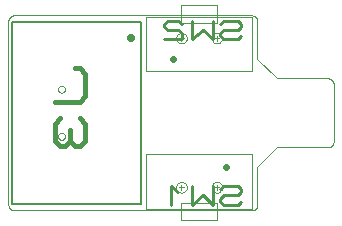
<source format=gbr>
G04 PROTEUS RS274X GERBER FILE*
%FSLAX45Y45*%
%MOMM*%
G01*
%ADD29C,0.025400*%
%ADD30C,0.127000*%
%ADD61C,0.640000*%
%ADD62C,0.421330*%
%ADD63C,0.600000*%
%ADD64C,0.262590*%
D29*
X-116600Y-200000D02*
X-116703Y-197511D01*
X-117545Y-192531D01*
X-119305Y-187551D01*
X-122182Y-182571D01*
X-126583Y-177655D01*
X-131563Y-174041D01*
X-136543Y-171736D01*
X-141523Y-170433D01*
X-146503Y-170000D01*
X-146600Y-170000D01*
X-176600Y-200000D02*
X-176497Y-197511D01*
X-175655Y-192531D01*
X-173895Y-187551D01*
X-171018Y-182571D01*
X-166617Y-177655D01*
X-161637Y-174041D01*
X-156657Y-171736D01*
X-151677Y-170433D01*
X-146697Y-170000D01*
X-146600Y-170000D01*
X-176600Y-200000D02*
X-176497Y-202489D01*
X-175655Y-207469D01*
X-173895Y-212449D01*
X-171018Y-217429D01*
X-166617Y-222345D01*
X-161637Y-225959D01*
X-156657Y-228264D01*
X-151677Y-229567D01*
X-146697Y-230000D01*
X-146600Y-230000D01*
X-116600Y-200000D02*
X-116703Y-202489D01*
X-117545Y-207469D01*
X-119305Y-212449D01*
X-122182Y-217429D01*
X-126583Y-222345D01*
X-131563Y-225959D01*
X-136543Y-228264D01*
X-141523Y-229567D01*
X-146503Y-230000D01*
X-146600Y-230000D01*
X-116600Y+200000D02*
X-116703Y+202489D01*
X-117545Y+207469D01*
X-119305Y+212449D01*
X-122182Y+217429D01*
X-126583Y+222345D01*
X-131563Y+225959D01*
X-136543Y+228264D01*
X-141523Y+229567D01*
X-146503Y+230000D01*
X-146600Y+230000D01*
X-176600Y+200000D02*
X-176497Y+202489D01*
X-175655Y+207469D01*
X-173895Y+212449D01*
X-171018Y+217429D01*
X-166617Y+222345D01*
X-161637Y+225959D01*
X-156657Y+228264D01*
X-151677Y+229567D01*
X-146697Y+230000D01*
X-146600Y+230000D01*
X-176600Y+200000D02*
X-176497Y+197511D01*
X-175655Y+192531D01*
X-173895Y+187551D01*
X-171018Y+182571D01*
X-166617Y+177655D01*
X-161637Y+174041D01*
X-156657Y+171736D01*
X-151677Y+170433D01*
X-146697Y+170000D01*
X-146600Y+170000D01*
X-116600Y+200000D02*
X-116703Y+197511D01*
X-117545Y+192531D01*
X-119305Y+187551D01*
X-122182Y+182571D01*
X-126583Y+177655D01*
X-131563Y+174041D01*
X-136543Y+171736D01*
X-141523Y+170433D01*
X-146503Y+170000D01*
X-146600Y+170000D01*
D30*
X-567690Y-768350D02*
X+524500Y-768350D01*
X+524500Y+768350D01*
X-567690Y+768350D01*
X-567690Y-768350D01*
D61*
X+444500Y+635000D02*
X+444500Y+635000D01*
D62*
X-35461Y+379200D02*
X+6672Y+379200D01*
X+48806Y+331800D01*
X+48806Y+142200D01*
X+6672Y+94800D01*
X-203995Y+94800D01*
X-161861Y-47400D02*
X-203995Y-94800D01*
X-203995Y-237000D01*
X-161861Y-284400D01*
X-119728Y-284400D01*
X-77595Y-237000D01*
X-35461Y-284400D01*
X+6672Y-284400D01*
X+48806Y-237000D01*
X+48806Y-94800D01*
X+6672Y-47400D01*
X-77595Y-142200D02*
X-77595Y-237000D01*
D29*
X-596900Y-774700D02*
X-596900Y+774700D01*
X-546100Y+825500D02*
X+1460500Y+825500D01*
X-596900Y+774700D02*
X-592981Y+794693D01*
X-582216Y+810816D01*
X-566093Y+821581D01*
X-546100Y+825500D01*
X-546100Y-825500D02*
X-566093Y-821581D01*
X-582216Y-810816D01*
X-592981Y-794693D01*
X-596900Y-774700D01*
X-546100Y-825500D02*
X+1460500Y-825500D01*
X+1214300Y-631600D02*
X+1214145Y-627873D01*
X+1212889Y-620418D01*
X+1210259Y-612963D01*
X+1205963Y-605508D01*
X+1199393Y-598142D01*
X+1191938Y-592709D01*
X+1184483Y-589239D01*
X+1177028Y-587269D01*
X+1169573Y-586601D01*
X+1169300Y-586600D01*
X+1124300Y-631600D02*
X+1124455Y-627873D01*
X+1125711Y-620418D01*
X+1128341Y-612963D01*
X+1132637Y-605508D01*
X+1139207Y-598142D01*
X+1146662Y-592709D01*
X+1154117Y-589239D01*
X+1161572Y-587269D01*
X+1169027Y-586601D01*
X+1169300Y-586600D01*
X+1124300Y-631600D02*
X+1124455Y-635327D01*
X+1125711Y-642782D01*
X+1128341Y-650237D01*
X+1132637Y-657692D01*
X+1139207Y-665058D01*
X+1146662Y-670491D01*
X+1154117Y-673961D01*
X+1161572Y-675931D01*
X+1169027Y-676599D01*
X+1169300Y-676600D01*
X+1214300Y-631600D02*
X+1214145Y-635327D01*
X+1212889Y-642782D01*
X+1210259Y-650237D01*
X+1205963Y-657692D01*
X+1199393Y-665058D01*
X+1191938Y-670491D01*
X+1184483Y-673961D01*
X+1177028Y-675931D01*
X+1169573Y-676599D01*
X+1169300Y-676600D01*
X+914300Y-631600D02*
X+914145Y-627873D01*
X+912889Y-620418D01*
X+910259Y-612963D01*
X+905963Y-605508D01*
X+899393Y-598142D01*
X+891938Y-592709D01*
X+884483Y-589239D01*
X+877028Y-587269D01*
X+869573Y-586601D01*
X+869300Y-586600D01*
X+824300Y-631600D02*
X+824455Y-627873D01*
X+825711Y-620418D01*
X+828341Y-612963D01*
X+832637Y-605508D01*
X+839207Y-598142D01*
X+846662Y-592709D01*
X+854117Y-589239D01*
X+861572Y-587269D01*
X+869027Y-586601D01*
X+869300Y-586600D01*
X+824300Y-631600D02*
X+824455Y-635327D01*
X+825711Y-642782D01*
X+828341Y-650237D01*
X+832637Y-657692D01*
X+839207Y-665058D01*
X+846662Y-670491D01*
X+854117Y-673961D01*
X+861572Y-675931D01*
X+869027Y-676599D01*
X+869300Y-676600D01*
X+914300Y-631600D02*
X+914145Y-635327D01*
X+912889Y-642782D01*
X+910259Y-650237D01*
X+905963Y-657692D01*
X+899393Y-665058D01*
X+891938Y-670491D01*
X+884483Y-673961D01*
X+877028Y-675931D01*
X+869573Y-676599D01*
X+869300Y-676600D01*
X+889300Y-631600D02*
X+849300Y-631600D01*
X+869300Y-611600D02*
X+869300Y-651600D01*
X+1189300Y-631600D02*
X+1149300Y-631600D01*
X+1169300Y-611600D02*
X+1169300Y-651600D01*
X+569300Y-811600D02*
X+1469300Y-811600D01*
X+1469300Y-351600D01*
X+569300Y-351600D01*
X+569300Y-811600D01*
X+869300Y-911600D02*
X+1169300Y-911600D01*
X+1169300Y-761600D01*
X+869300Y-761600D01*
X+869300Y-911600D01*
D63*
X+1244300Y-456600D02*
X+1244300Y-456600D01*
D64*
X+1373808Y-752255D02*
X+1344266Y-778515D01*
X+1226097Y-778515D01*
X+1196554Y-752255D01*
X+1196554Y-725995D01*
X+1226097Y-699735D01*
X+1344266Y-699735D01*
X+1373808Y-673475D01*
X+1373808Y-647215D01*
X+1344266Y-620955D01*
X+1226097Y-620955D01*
X+1196554Y-647215D01*
X+1137469Y-620955D02*
X+1137469Y-778515D01*
X+1048842Y-699735D01*
X+960215Y-778515D01*
X+960215Y-620955D01*
X+842046Y-673475D02*
X+782961Y-620955D01*
X+782961Y-778515D01*
D29*
X+914300Y+631600D02*
X+914145Y+635327D01*
X+912889Y+642782D01*
X+910259Y+650237D01*
X+905963Y+657692D01*
X+899393Y+665058D01*
X+891938Y+670491D01*
X+884483Y+673961D01*
X+877028Y+675931D01*
X+869573Y+676599D01*
X+869300Y+676600D01*
X+824300Y+631600D02*
X+824455Y+635327D01*
X+825711Y+642782D01*
X+828341Y+650237D01*
X+832637Y+657692D01*
X+839207Y+665058D01*
X+846662Y+670491D01*
X+854117Y+673961D01*
X+861572Y+675931D01*
X+869027Y+676599D01*
X+869300Y+676600D01*
X+824300Y+631600D02*
X+824455Y+627873D01*
X+825711Y+620418D01*
X+828341Y+612963D01*
X+832637Y+605508D01*
X+839207Y+598142D01*
X+846662Y+592709D01*
X+854117Y+589239D01*
X+861572Y+587269D01*
X+869027Y+586601D01*
X+869300Y+586600D01*
X+914300Y+631600D02*
X+914145Y+627873D01*
X+912889Y+620418D01*
X+910259Y+612963D01*
X+905963Y+605508D01*
X+899393Y+598142D01*
X+891938Y+592709D01*
X+884483Y+589239D01*
X+877028Y+587269D01*
X+869573Y+586601D01*
X+869300Y+586600D01*
X+1214300Y+631600D02*
X+1214145Y+635327D01*
X+1212889Y+642782D01*
X+1210259Y+650237D01*
X+1205963Y+657692D01*
X+1199393Y+665058D01*
X+1191938Y+670491D01*
X+1184483Y+673961D01*
X+1177028Y+675931D01*
X+1169573Y+676599D01*
X+1169300Y+676600D01*
X+1124300Y+631600D02*
X+1124455Y+635327D01*
X+1125711Y+642782D01*
X+1128341Y+650237D01*
X+1132637Y+657692D01*
X+1139207Y+665058D01*
X+1146662Y+670491D01*
X+1154117Y+673961D01*
X+1161572Y+675931D01*
X+1169027Y+676599D01*
X+1169300Y+676600D01*
X+1124300Y+631600D02*
X+1124455Y+627873D01*
X+1125711Y+620418D01*
X+1128341Y+612963D01*
X+1132637Y+605508D01*
X+1139207Y+598142D01*
X+1146662Y+592709D01*
X+1154117Y+589239D01*
X+1161572Y+587269D01*
X+1169027Y+586601D01*
X+1169300Y+586600D01*
X+1214300Y+631600D02*
X+1214145Y+627873D01*
X+1212889Y+620418D01*
X+1210259Y+612963D01*
X+1205963Y+605508D01*
X+1199393Y+598142D01*
X+1191938Y+592709D01*
X+1184483Y+589239D01*
X+1177028Y+587269D01*
X+1169573Y+586601D01*
X+1169300Y+586600D01*
X+1149300Y+631600D02*
X+1189300Y+631600D01*
X+1169300Y+611600D02*
X+1169300Y+651600D01*
X+849300Y+631600D02*
X+889300Y+631600D01*
X+869300Y+611600D02*
X+869300Y+651600D01*
X+569300Y+351600D02*
X+1469300Y+351600D01*
X+1469300Y+811600D01*
X+569300Y+811600D01*
X+569300Y+351600D01*
X+869300Y+761600D02*
X+1169300Y+761600D01*
X+1169300Y+911600D01*
X+869300Y+911600D01*
X+869300Y+761600D01*
D63*
X+794300Y+456600D02*
X+794300Y+456600D01*
D64*
X+1373808Y+647215D02*
X+1344266Y+620955D01*
X+1226097Y+620955D01*
X+1196554Y+647215D01*
X+1196554Y+673475D01*
X+1226097Y+699735D01*
X+1344266Y+699735D01*
X+1373808Y+725995D01*
X+1373808Y+752255D01*
X+1344266Y+778515D01*
X+1226097Y+778515D01*
X+1196554Y+752255D01*
X+1137469Y+778515D02*
X+1137469Y+620955D01*
X+1048842Y+699735D01*
X+960215Y+620955D01*
X+960215Y+778515D01*
X+871588Y+752255D02*
X+842046Y+778515D01*
X+753419Y+778515D01*
X+723876Y+752255D01*
X+723876Y+725995D01*
X+753419Y+699735D01*
X+842046Y+699735D01*
X+871588Y+673475D01*
X+871588Y+620955D01*
X+723876Y+620955D01*
D29*
X+914300Y-631600D02*
X+914145Y-627873D01*
X+912889Y-620418D01*
X+910259Y-612963D01*
X+905963Y-605508D01*
X+899393Y-598142D01*
X+891938Y-592709D01*
X+884483Y-589239D01*
X+877028Y-587269D01*
X+869573Y-586601D01*
X+869300Y-586600D01*
X+824300Y-631600D02*
X+824455Y-627873D01*
X+825711Y-620418D01*
X+828341Y-612963D01*
X+832637Y-605508D01*
X+839207Y-598142D01*
X+846662Y-592709D01*
X+854117Y-589239D01*
X+861572Y-587269D01*
X+869027Y-586601D01*
X+869300Y-586600D01*
X+824300Y-631600D02*
X+824455Y-635327D01*
X+825711Y-642782D01*
X+828341Y-650237D01*
X+832637Y-657692D01*
X+839207Y-665058D01*
X+846662Y-670491D01*
X+854117Y-673961D01*
X+861572Y-675931D01*
X+869027Y-676599D01*
X+869300Y-676600D01*
X+914300Y-631600D02*
X+914145Y-635327D01*
X+912889Y-642782D01*
X+910259Y-650237D01*
X+905963Y-657692D01*
X+899393Y-665058D01*
X+891938Y-670491D01*
X+884483Y-673961D01*
X+877028Y-675931D01*
X+869573Y-676599D01*
X+869300Y-676600D01*
X+1214300Y-631600D02*
X+1214145Y-627873D01*
X+1212889Y-620418D01*
X+1210259Y-612963D01*
X+1205963Y-605508D01*
X+1199393Y-598142D01*
X+1191938Y-592709D01*
X+1184483Y-589239D01*
X+1177028Y-587269D01*
X+1169573Y-586601D01*
X+1169300Y-586600D01*
X+1124300Y-631600D02*
X+1124455Y-627873D01*
X+1125711Y-620418D01*
X+1128341Y-612963D01*
X+1132637Y-605508D01*
X+1139207Y-598142D01*
X+1146662Y-592709D01*
X+1154117Y-589239D01*
X+1161572Y-587269D01*
X+1169027Y-586601D01*
X+1169300Y-586600D01*
X+1124300Y-631600D02*
X+1124455Y-635327D01*
X+1125711Y-642782D01*
X+1128341Y-650237D01*
X+1132637Y-657692D01*
X+1139207Y-665058D01*
X+1146662Y-670491D01*
X+1154117Y-673961D01*
X+1161572Y-675931D01*
X+1169027Y-676599D01*
X+1169300Y-676600D01*
X+1214300Y-631600D02*
X+1214145Y-635327D01*
X+1212889Y-642782D01*
X+1210259Y-650237D01*
X+1205963Y-657692D01*
X+1199393Y-665058D01*
X+1191938Y-670491D01*
X+1184483Y-673961D01*
X+1177028Y-675931D01*
X+1169573Y-676599D01*
X+1169300Y-676600D01*
X+914300Y+631600D02*
X+914145Y+635327D01*
X+912889Y+642782D01*
X+910259Y+650237D01*
X+905963Y+657692D01*
X+899393Y+665058D01*
X+891938Y+670491D01*
X+884483Y+673961D01*
X+877028Y+675931D01*
X+869573Y+676599D01*
X+869300Y+676600D01*
X+824300Y+631600D02*
X+824455Y+635327D01*
X+825711Y+642782D01*
X+828341Y+650237D01*
X+832637Y+657692D01*
X+839207Y+665058D01*
X+846662Y+670491D01*
X+854117Y+673961D01*
X+861572Y+675931D01*
X+869027Y+676599D01*
X+869300Y+676600D01*
X+824300Y+631600D02*
X+824455Y+627873D01*
X+825711Y+620418D01*
X+828341Y+612963D01*
X+832637Y+605508D01*
X+839207Y+598142D01*
X+846662Y+592709D01*
X+854117Y+589239D01*
X+861572Y+587269D01*
X+869027Y+586601D01*
X+869300Y+586600D01*
X+914300Y+631600D02*
X+914145Y+627873D01*
X+912889Y+620418D01*
X+910259Y+612963D01*
X+905963Y+605508D01*
X+899393Y+598142D01*
X+891938Y+592709D01*
X+884483Y+589239D01*
X+877028Y+587269D01*
X+869573Y+586601D01*
X+869300Y+586600D01*
X+1214300Y+631600D02*
X+1214145Y+635327D01*
X+1212889Y+642782D01*
X+1210259Y+650237D01*
X+1205963Y+657692D01*
X+1199393Y+665058D01*
X+1191938Y+670491D01*
X+1184483Y+673961D01*
X+1177028Y+675931D01*
X+1169573Y+676599D01*
X+1169300Y+676600D01*
X+1124300Y+631600D02*
X+1124455Y+635327D01*
X+1125711Y+642782D01*
X+1128341Y+650237D01*
X+1132637Y+657692D01*
X+1139207Y+665058D01*
X+1146662Y+670491D01*
X+1154117Y+673961D01*
X+1161572Y+675931D01*
X+1169027Y+676599D01*
X+1169300Y+676600D01*
X+1124300Y+631600D02*
X+1124455Y+627873D01*
X+1125711Y+620418D01*
X+1128341Y+612963D01*
X+1132637Y+605508D01*
X+1139207Y+598142D01*
X+1146662Y+592709D01*
X+1154117Y+589239D01*
X+1161572Y+587269D01*
X+1169027Y+586601D01*
X+1169300Y+586600D01*
X+1214300Y+631600D02*
X+1214145Y+627873D01*
X+1212889Y+620418D01*
X+1210259Y+612963D01*
X+1205963Y+605508D01*
X+1199393Y+598142D01*
X+1191938Y+592709D01*
X+1184483Y+589239D01*
X+1177028Y+587269D01*
X+1169573Y+586601D01*
X+1169300Y+586600D01*
X+2159000Y-241300D02*
X+2155081Y-261293D01*
X+2144316Y-277416D01*
X+2128193Y-288181D01*
X+2108200Y-292100D01*
X+2108200Y+292100D02*
X+2128193Y+288181D01*
X+2144316Y+277416D01*
X+2155081Y+261293D01*
X+2159000Y+241300D01*
X+2159000Y-241300D01*
X+2108200Y-292100D02*
X+1676400Y-292100D01*
X+1511300Y-457200D01*
X+1511300Y-774700D02*
X+1507381Y-794693D01*
X+1496616Y-810816D01*
X+1480493Y-821581D01*
X+1460500Y-825500D01*
X+1511300Y-774700D02*
X+1511300Y-457200D01*
X+1460500Y+825501D02*
X+1480493Y+821582D01*
X+1496616Y+810817D01*
X+1507381Y+794694D01*
X+1511300Y+774701D01*
X+1676400Y+292100D02*
X+1511300Y+457200D01*
X+2108200Y+292100D02*
X+1676400Y+292100D01*
X+1511300Y+457200D02*
X+1511300Y+774700D01*
M02*

</source>
